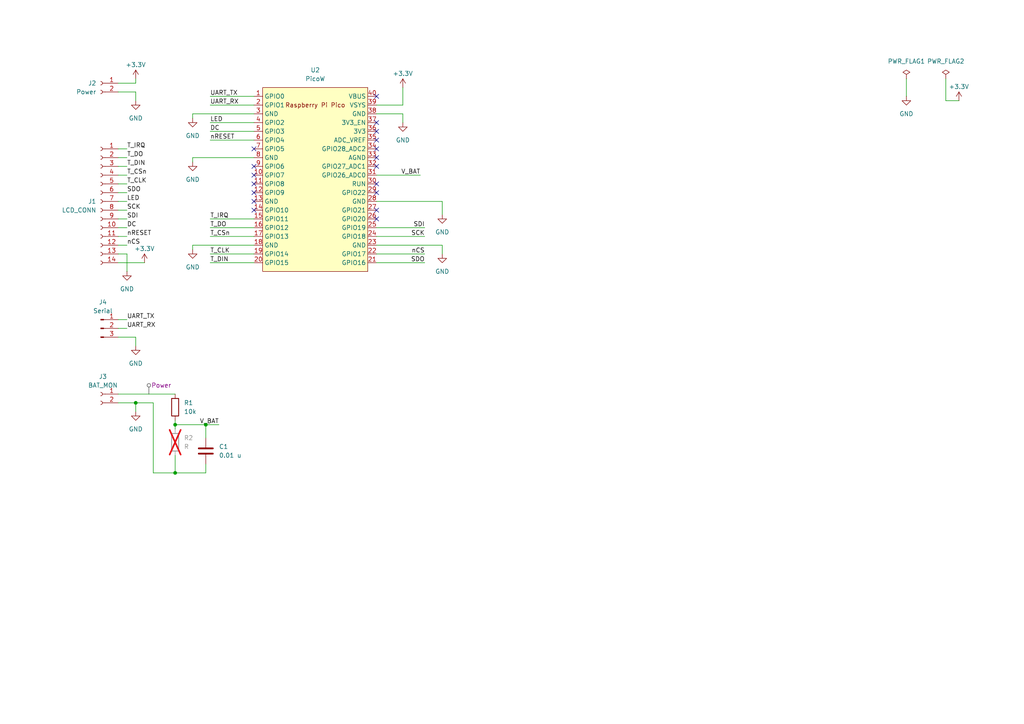
<source format=kicad_sch>
(kicad_sch (version 20250114) (generator "eeschema") (generator_version "9.0")
  (paper "A4")
  (lib_symbols
    (symbol "Connector:Conn_01x02_Socket" (pin_names (offset 1.016) (hide yes))
      (property "Reference" "J" (at 0 2.54 0))
      (property "Value" "Conn_01x02_Socket" (at 0 -5.08 0))
      (symbol "Conn_01x02_Socket_1_1"
        (polyline (pts (xy -1.27 0) (xy -0.508 0)) (stroke (width 0.1524)))
        (polyline (pts (xy -1.27 -2.54) (xy -0.508 -2.54)) (stroke (width 0.1524)))
        (arc (start 0 -0.508) (mid -0.5058 0) (end 0 0.508) (stroke (width 0.1524)))
        (arc (start 0 -3.048) (mid -0.5058 -2.54) (end 0 -2.032) (stroke (width 0.1524)))
        (pin passive line (at -5.08 0 0) (length 3.81) (name "Pin_1") (number "1"))
        (pin passive line (at -5.08 -2.54 0) (length 3.81) (name "Pin_2") (number "2"))
      )
    )
    (symbol "Connector:Conn_01x03_Pin" (pin_names (offset 1.016) (hide yes))
      (property "Reference" "J" (at 0 5.08 0))
      (property "Value" "Conn_01x03_Pin" (at 0 -5.08 0))
      (symbol "Conn_01x03_Pin_1_1"
        (rectangle (start 0.8636 2.667) (end 0 2.413) (stroke (width 0.1524)) (fill (type outline)))
        (rectangle (start 0.8636 0.127) (end 0 -0.127) (stroke (width 0.1524)) (fill (type outline)))
        (rectangle (start 0.8636 -2.413) (end 0 -2.667) (stroke (width 0.1524)) (fill (type outline)))
        (polyline (pts (xy 1.27 2.54) (xy 0.8636 2.54)) (stroke (width 0.1524)))
        (polyline (pts (xy 1.27 0) (xy 0.8636 0)) (stroke (width 0.1524)))
        (polyline (pts (xy 1.27 -2.54) (xy 0.8636 -2.54)) (stroke (width 0.1524)))
        (pin passive line (at 5.08 2.54 180) (length 3.81) (name "Pin_1") (number "1"))
        (pin passive line (at 5.08 0 180) (length 3.81) (name "Pin_2") (number "2"))
        (pin passive line (at 5.08 -2.54 180) (length 3.81) (name "Pin_3") (number "3"))
      )
    )
    (symbol "Connector:Conn_01x14_Socket" (pin_names (offset 1.016) (hide yes))
      (property "Reference" "J" (at 0 17.78 0))
      (property "Value" "Conn_01x14_Socket" (at 0 -20.32 0))
      (symbol "Conn_01x14_Socket_1_1"
        (polyline (pts (xy -1.27 15.24) (xy -0.508 15.24)) (stroke (width 0.1524)))
        (polyline (pts (xy -1.27 12.7) (xy -0.508 12.7)) (stroke (width 0.1524)))
        (polyline (pts (xy -1.27 10.16) (xy -0.508 10.16)) (stroke (width 0.1524)))
        (polyline (pts (xy -1.27 7.62) (xy -0.508 7.62)) (stroke (width 0.1524)))
        (polyline (pts (xy -1.27 5.08) (xy -0.508 5.08)) (stroke (width 0.1524)))
        (polyline (pts (xy -1.27 2.54) (xy -0.508 2.54)) (stroke (width 0.1524)))
        (polyline (pts (xy -1.27 0) (xy -0.508 0)) (stroke (width 0.1524)))
        (polyline (pts (xy -1.27 -2.54) (xy -0.508 -2.54)) (stroke (width 0.1524)))
        (polyline (pts (xy -1.27 -5.08) (xy -0.508 -5.08)) (stroke (width 0.1524)))
        (polyline (pts (xy -1.27 -7.62) (xy -0.508 -7.62)) (stroke (width 0.1524)))
        (polyline (pts (xy -1.27 -10.16) (xy -0.508 -10.16)) (stroke (width 0.1524)))
        (polyline (pts (xy -1.27 -12.7) (xy -0.508 -12.7)) (stroke (width 0.1524)))
        (polyline (pts (xy -1.27 -15.24) (xy -0.508 -15.24)) (stroke (width 0.1524)))
        (polyline (pts (xy -1.27 -17.78) (xy -0.508 -17.78)) (stroke (width 0.1524)))
        (arc (start 0 14.732) (mid -0.5058 15.24) (end 0 15.748) (stroke (width 0.1524)))
        (arc (start 0 12.192) (mid -0.5058 12.7) (end 0 13.208) (stroke (width 0.1524)))
        (arc (start 0 9.652) (mid -0.5058 10.16) (end 0 10.668) (stroke (width 0.1524)))
        (arc (start 0 7.112) (mid -0.5058 7.62) (end 0 8.128) (stroke (width 0.1524)))
        (arc (start 0 4.572) (mid -0.5058 5.08) (end 0 5.588) (stroke (width 0.1524)))
        (arc (start 0 2.032) (mid -0.5058 2.54) (end 0 3.048) (stroke (width 0.1524)))
        (arc (start 0 -0.508) (mid -0.5058 0) (end 0 0.508) (stroke (width 0.1524)))
        (arc (start 0 -3.048) (mid -0.5058 -2.54) (end 0 -2.032) (stroke (width 0.1524)))
        (arc (start 0 -5.588) (mid -0.5058 -5.08) (end 0 -4.572) (stroke (width 0.1524)))
        (arc (start 0 -8.128) (mid -0.5058 -7.62) (end 0 -7.112) (stroke (width 0.1524)))
        (arc (start 0 -10.668) (mid -0.5058 -10.16) (end 0 -9.652) (stroke (width 0.1524)))
        (arc (start 0 -13.208) (mid -0.5058 -12.7) (end 0 -12.192) (stroke (width 0.1524)))
        (arc (start 0 -15.748) (mid -0.5058 -15.24) (end 0 -14.732) (stroke (width 0.1524)))
        (arc (start 0 -18.288) (mid -0.5058 -17.78) (end 0 -17.272) (stroke (width 0.1524)))
        (pin passive line (at -5.08 15.24 0) (length 3.81) (name "Pin_1") (number "1"))
        (pin passive line (at -5.08 12.7 0) (length 3.81) (name "Pin_2") (number "2"))
        (pin passive line (at -5.08 10.16 0) (length 3.81) (name "Pin_3") (number "3"))
        (pin passive line (at -5.08 7.62 0) (length 3.81) (name "Pin_4") (number "4"))
        (pin passive line (at -5.08 5.08 0) (length 3.81) (name "Pin_5") (number "5"))
        (pin passive line (at -5.08 2.54 0) (length 3.81) (name "Pin_6") (number "6"))
        (pin passive line (at -5.08 0 0) (length 3.81) (name "Pin_7") (number "7"))
        (pin passive line (at -5.08 -2.54 0) (length 3.81) (name "Pin_8") (number "8"))
        (pin passive line (at -5.08 -5.08 0) (length 3.81) (name "Pin_9") (number "9"))
        (pin passive line (at -5.08 -7.62 0) (length 3.81) (name "Pin_10") (number "10"))
        (pin passive line (at -5.08 -10.16 0) (length 3.81) (name "Pin_11") (number "11"))
        (pin passive line (at -5.08 -12.7 0) (length 3.81) (name "Pin_12") (number "12"))
        (pin passive line (at -5.08 -15.24 0) (length 3.81) (name "Pin_13") (number "13"))
        (pin passive line (at -5.08 -17.78 0) (length 3.81) (name "Pin_14") (number "14"))
      )
    )
    (symbol "Device:C" (pin_numbers (hide yes)) (pin_names (offset 0.254))
      (property "Reference" "C" (at 0.635 2.54 0))
      (property "Value" "C" (at 0.635 -2.54 0))
      (symbol "C_0_1"
        (polyline (pts (xy -2.032 0.762) (xy 2.032 0.762)) (stroke (width 0.508)))
        (polyline (pts (xy -2.032 -0.762) (xy 2.032 -0.762)) (stroke (width 0.508)))
      )
      (symbol "C_1_1"
        (pin passive line (at 0 3.81 270) (length 2.794) (name "~") (number "1"))
        (pin passive line (at 0 -3.81 90) (length 2.794) (name "~") (number "2"))
      )
    )
    (symbol "Device:R" (pin_numbers (hide yes)) (pin_names (offset 0))
      (property "Reference" "R" (at 2.032 0 90))
      (property "Value" "R" (at 0 0 90))
      (symbol "R_0_1"
        (rectangle (start -1.016 -2.54) (end 1.016 2.54) (stroke (width 0.254)))
      )
      (symbol "R_1_1"
        (pin passive line (at 0 3.81 270) (length 1.27) (name "~") (number "1"))
        (pin passive line (at 0 -3.81 90) (length 1.27) (name "~") (number "2"))
      )
    )
    (symbol "MCU_RaspberryPi_and_Boards:PicoWNoSW"
      (property "Reference" "U" (at -13.97 27.94 0))
      (property "Value" "PicoWNoSW" (at 0 19.05 0))
      (symbol "PicoWNoSW_0_0"
        (text "Raspberry Pi Pico" (at 0 21.59 0) (effects (font (size 1.27 1.27))))
      )
      (symbol "PicoWNoSW_0_1"
        (rectangle (start -15.24 26.67) (end 15.24 -26.67) (fill (type background)))
      )
      (symbol "PicoWNoSW_1_1"
        (pin bidirectional line (at -17.78 24.13 0) (length 2.54) (name "GPIO0") (number "1"))
        (pin bidirectional line (at -17.78 21.59 0) (length 2.54) (name "GPIO1") (number "2"))
        (pin power_in line (at -17.78 19.05 0) (length 2.54) (name "GND") (number "3"))
        (pin bidirectional line (at -17.78 16.51 0) (length 2.54) (name "GPIO2") (number "4"))
        (pin bidirectional line (at -17.78 13.97 0) (length 2.54) (name "GPIO3") (number "5"))
        (pin bidirectional line (at -17.78 11.43 0) (length 2.54) (name "GPIO4") (number "6"))
        (pin bidirectional line (at -17.78 8.89 0) (length 2.54) (name "GPIO5") (number "7"))
        (pin power_in line (at -17.78 6.35 0) (length 2.54) (name "GND") (number "8"))
        (pin bidirectional line (at -17.78 3.81 0) (length 2.54) (name "GPIO6") (number "9"))
        (pin bidirectional line (at -17.78 1.27 0) (length 2.54) (name "GPIO7") (number "10"))
        (pin bidirectional line (at -17.78 -1.27 0) (length 2.54) (name "GPIO8") (number "11"))
        (pin bidirectional line (at -17.78 -3.81 0) (length 2.54) (name "GPIO9") (number "12"))
        (pin power_in line (at -17.78 -6.35 0) (length 2.54) (name "GND") (number "13"))
        (pin bidirectional line (at -17.78 -8.89 0) (length 2.54) (name "GPIO10") (number "14"))
        (pin bidirectional line (at -17.78 -11.43 0) (length 2.54) (name "GPIO11") (number "15"))
        (pin bidirectional line (at -17.78 -13.97 0) (length 2.54) (name "GPIO12") (number "16"))
        (pin bidirectional line (at -17.78 -16.51 0) (length 2.54) (name "GPIO13") (number "17"))
        (pin power_in line (at -17.78 -19.05 0) (length 2.54) (name "GND") (number "18"))
        (pin bidirectional line (at -17.78 -21.59 0) (length 2.54) (name "GPIO14") (number "19"))
        (pin bidirectional line (at -17.78 -24.13 0) (length 2.54) (name "GPIO15") (number "20"))
        (pin power_in line (at 17.78 24.13 180) (length 2.54) (name "VBUS") (number "40"))
        (pin power_in line (at 17.78 21.59 180) (length 2.54) (name "VSYS") (number "39"))
        (pin bidirectional line (at 17.78 19.05 180) (length 2.54) (name "GND") (number "38"))
        (pin input line (at 17.78 16.51 180) (length 2.54) (name "3V3_EN") (number "37"))
        (pin power_in line (at 17.78 13.97 180) (length 2.54) (name "3V3") (number "36"))
        (pin power_in line (at 17.78 11.43 180) (length 2.54) (name "ADC_VREF") (number "35"))
        (pin bidirectional line (at 17.78 8.89 180) (length 2.54) (name "GPIO28_ADC2") (number "34"))
        (pin power_in line (at 17.78 6.35 180) (length 2.54) (name "AGND") (number "33"))
        (pin bidirectional line (at 17.78 3.81 180) (length 2.54) (name "GPIO27_ADC1") (number "32"))
        (pin bidirectional line (at 17.78 1.27 180) (length 2.54) (name "GPIO26_ADC0") (number "31"))
        (pin input line (at 17.78 -1.27 180) (length 2.54) (name "RUN") (number "30"))
        (pin bidirectional line (at 17.78 -3.81 180) (length 2.54) (name "GPIO22") (number "29"))
        (pin power_in line (at 17.78 -6.35 180) (length 2.54) (name "GND") (number "28"))
        (pin bidirectional line (at 17.78 -8.89 180) (length 2.54) (name "GPIO21") (number "27"))
        (pin bidirectional line (at 17.78 -11.43 180) (length 2.54) (name "GPIO20") (number "26"))
        (pin bidirectional line (at 17.78 -13.97 180) (length 2.54) (name "GPIO19") (number "25"))
        (pin bidirectional line (at 17.78 -16.51 180) (length 2.54) (name "GPIO18") (number "24"))
        (pin power_in line (at 17.78 -19.05 180) (length 2.54) (name "GND") (number "23"))
        (pin bidirectional line (at 17.78 -21.59 180) (length 2.54) (name "GPIO17") (number "22"))
        (pin bidirectional line (at 17.78 -24.13 180) (length 2.54) (name "GPIO16") (number "21"))
      )
    )
    (symbol "power:+3.3V" (power) (pin_numbers (hide yes)) (pin_names (offset 0) (hide yes))
      (property "Value" "+3.3V" (at 0 3.556 0))
      (symbol "+3.3V_0_1"
        (polyline (pts (xy -0.762 1.27) (xy 0 2.54)))
        (polyline (pts (xy 0 2.54) (xy 0.762 1.27)))
        (polyline (pts (xy 0 0) (xy 0 2.54)))
      )
      (symbol "+3.3V_1_1"
        (pin power_in line (at 0 0 90) (length 0) (name "~") (number "1"))
      )
    )
    (symbol "power:GND" (power) (pin_numbers (hide yes)) (pin_names (offset 0) (hide yes))
      (property "Value" "GND" (at 0 -3.81 0))
      (symbol "GND_0_1"
        (polyline (pts (xy 0 0) (xy 0 -1.27) (xy 1.27 -1.27) (xy 0 -2.54) (xy -1.27 -1.27) (xy 0 -1.27)))
      )
      (symbol "GND_1_1"
        (pin power_in line (at 0 0 270) (length 0) (name "~") (number "1"))
      )
    )
    (symbol "power:PWR_FLAG" (power) (pin_numbers (hide yes)) (pin_names (offset 0) (hide yes))
      (property "Value" "PWR_FLAG" (at 0 3.81 0))
      (symbol "PWR_FLAG_0_0"
        (pin power_out line (at 0 0 90) (length 0) (name "~") (number "1"))
      )
      (symbol "PWR_FLAG_0_1"
        (polyline (pts (xy 0 0) (xy 0 1.27) (xy -1.016 1.905) (xy 0 2.54) (xy 1.016 1.905) (xy 0 1.27)))
      )
    )
  )
  (junction (at 59.69 123.19))
  (junction (at 50.8 123.19))
  (junction (at 50.8 137.16))
  (junction (at 39.37 116.84))
  (no_connect (at 109.22 38.1))
  (no_connect (at 109.22 45.72))
  (no_connect (at 109.22 53.34))
  (no_connect (at 109.22 40.64))
  (no_connect (at 73.66 55.88))
  (no_connect (at 109.22 55.88))
  (no_connect (at 109.22 43.18))
  (no_connect (at 73.66 48.26))
  (no_connect (at 109.22 60.96))
  (no_connect (at 73.66 50.8))
  (no_connect (at 73.66 53.34))
  (no_connect (at 109.22 48.26))
  (no_connect (at 73.66 58.42))
  (no_connect (at 109.22 27.94))
  (no_connect (at 73.66 60.96))
  (no_connect (at 109.22 63.5))
  (no_connect (at 73.66 43.18))
  (no_connect (at 109.22 35.56))
  (wire (pts (xy 128.27 58.42) (xy 128.27 62.23)))
  (wire (pts (xy 34.29 24.13) (xy 39.37 24.13)))
  (wire (pts (xy 116.84 30.48) (xy 116.84 25.4)))
  (wire (pts (xy 50.8 123.19) (xy 50.8 124.46)))
  (wire (pts (xy 59.69 123.19) (xy 59.69 127)))
  (wire (pts (xy 34.29 48.26) (xy 36.83 48.26)))
  (wire (pts (xy 34.29 58.42) (xy 36.83 58.42)))
  (wire (pts (xy 34.29 45.72) (xy 36.83 45.72)))
  (wire (pts (xy 109.22 66.04) (xy 123.19 66.04)))
  (wire (pts (xy 55.88 45.72) (xy 55.88 46.99)))
  (wire (pts (xy 34.29 114.3) (xy 50.8 114.3)))
  (wire (pts (xy 60.96 66.04) (xy 73.66 66.04)))
  (wire (pts (xy 109.22 68.58) (xy 123.19 68.58)))
  (wire (pts (xy 73.66 33.02) (xy 55.88 33.02)))
  (wire (pts (xy 60.96 76.2) (xy 73.66 76.2)))
  (wire (pts (xy 60.96 40.64) (xy 73.66 40.64)))
  (wire (pts (xy 39.37 116.84) (xy 39.37 119.38)))
  (wire (pts (xy 34.29 97.79) (xy 39.37 97.79)))
  (wire (pts (xy 34.29 53.34) (xy 36.83 53.34)))
  (wire (pts (xy 50.8 121.92) (xy 50.8 123.19)))
  (wire (pts (xy 34.29 73.66) (xy 36.83 73.66)))
  (wire (pts (xy 60.96 30.48) (xy 73.66 30.48)))
  (wire (pts (xy 109.22 58.42) (xy 128.27 58.42)))
  (wire (pts (xy 34.29 43.18) (xy 36.83 43.18)))
  (wire (pts (xy 109.22 50.8) (xy 121.92 50.8)))
  (wire (pts (xy 274.32 22.86) (xy 274.32 29.21)))
  (wire (pts (xy 59.69 134.62) (xy 59.69 137.16)))
  (wire (pts (xy 39.37 26.67) (xy 39.37 29.21)))
  (wire (pts (xy 34.29 71.12) (xy 36.83 71.12)))
  (wire (pts (xy 39.37 24.13) (xy 39.37 22.86)))
  (wire (pts (xy 55.88 33.02) (xy 55.88 34.29)))
  (wire (pts (xy 262.89 27.94) (xy 262.89 22.86)))
  (wire (pts (xy 109.22 30.48) (xy 116.84 30.48)))
  (wire (pts (xy 60.96 68.58) (xy 73.66 68.58)))
  (wire (pts (xy 73.66 45.72) (xy 55.88 45.72)))
  (wire (pts (xy 44.45 116.84) (xy 44.45 137.16)))
  (wire (pts (xy 34.29 66.04) (xy 36.83 66.04)))
  (wire (pts (xy 60.96 38.1) (xy 73.66 38.1)))
  (wire (pts (xy 50.8 137.16) (xy 50.8 132.08)))
  (wire (pts (xy 34.29 63.5) (xy 36.83 63.5)))
  (wire (pts (xy 39.37 97.79) (xy 39.37 100.33)))
  (wire (pts (xy 109.22 33.02) (xy 116.84 33.02)))
  (wire (pts (xy 116.84 33.02) (xy 116.84 35.56)))
  (wire (pts (xy 39.37 116.84) (xy 44.45 116.84)))
  (wire (pts (xy 34.29 95.25) (xy 36.83 95.25)))
  (wire (pts (xy 34.29 60.96) (xy 36.83 60.96)))
  (wire (pts (xy 59.69 123.19) (xy 63.5 123.19)))
  (wire (pts (xy 274.32 29.21) (xy 278.13 29.21)))
  (wire (pts (xy 55.88 71.12) (xy 55.88 72.39)))
  (wire (pts (xy 34.29 68.58) (xy 36.83 68.58)))
  (wire (pts (xy 128.27 71.12) (xy 128.27 73.66)))
  (wire (pts (xy 36.83 73.66) (xy 36.83 78.74)))
  (wire (pts (xy 34.29 55.88) (xy 36.83 55.88)))
  (wire (pts (xy 60.96 73.66) (xy 73.66 73.66)))
  (wire (pts (xy 109.22 71.12) (xy 128.27 71.12)))
  (wire (pts (xy 59.69 137.16) (xy 50.8 137.16)))
  (wire (pts (xy 109.22 76.2) (xy 123.19 76.2)))
  (wire (pts (xy 73.66 71.12) (xy 55.88 71.12)))
  (wire (pts (xy 60.96 35.56) (xy 73.66 35.56)))
  (wire (pts (xy 34.29 76.2) (xy 41.91 76.2)))
  (wire (pts (xy 34.29 116.84) (xy 39.37 116.84)))
  (wire (pts (xy 34.29 50.8) (xy 36.83 50.8)))
  (wire (pts (xy 50.8 123.19) (xy 59.69 123.19)))
  (wire (pts (xy 34.29 26.67) (xy 39.37 26.67)))
  (wire (pts (xy 60.96 63.5) (xy 73.66 63.5)))
  (wire (pts (xy 34.29 92.71) (xy 36.83 92.71)))
  (wire (pts (xy 44.45 137.16) (xy 50.8 137.16)))
  (wire (pts (xy 60.96 27.94) (xy 73.66 27.94)))
  (wire (pts (xy 109.22 73.66) (xy 123.19 73.66)))
  (label "nRESET" (at 36.83 68.58 0))
  (label "T_DIN" (at 60.96 76.2 0))
  (label "UART_RX" (at 60.96 30.48 0))
  (label "nCS" (at 36.83 71.12 0))
  (label "SCK" (at 36.83 60.96 0))
  (label "V_BAT" (at 121.92 50.8 180))
  (label "T_CSn" (at 60.96 68.58 0))
  (label "T_CLK" (at 36.83 53.34 0))
  (label "nCS" (at 123.19 73.66 180))
  (label "T_CLK" (at 60.96 73.66 0))
  (label "SDO" (at 36.83 55.88 0))
  (label "DC" (at 60.96 38.1 0))
  (label "UART_TX" (at 60.96 27.94 0))
  (label "T_CSn" (at 36.83 50.8 0))
  (label "SDI" (at 36.83 63.5 0))
  (label "nRESET" (at 60.96 40.64 0))
  (label "LED" (at 60.96 35.56 0))
  (label "DC" (at 36.83 66.04 0))
  (label "T_DO" (at 36.83 45.72 0))
  (label "UART_RX" (at 36.83 95.25 0))
  (label "T_IRQ" (at 36.83 43.18 0))
  (label "SDI" (at 123.19 66.04 180))
  (label "UART_TX" (at 36.83 92.71 0))
  (label "T_DIN" (at 36.83 48.26 0))
  (label "T_IRQ" (at 60.96 63.5 0))
  (label "LED" (at 36.83 58.42 0))
  (label "T_DO" (at 60.96 66.04 0))
  (label "SCK" (at 123.19 68.58 180))
  (label "SDO" (at 123.19 76.2 180))
  (label "V_BAT" (at 63.5 123.19 180))
  (netclass_flag "" (length 2.54) (shape round) (at 43.18 114.3 0) (property "Netclass" "Power" (at 43.8785 111.76 0) (effects (justify left))))
  (symbol (lib_id "Device:C") (at 59.69 130.81 0) (unit 1)
    (property "Reference" "C1" (at 63.5 129.5399 0) (effects (justify left)))
    (property "Value" "0.01 u" (at 63.5 132.0799 0) (effects (justify left)))
    (property "Footprint" "Capacitor_THT:C_Disc_D3.0mm_W2.0mm_P2.50mm" (effects (hide yes)))
    (property "Description" "Unpolarized capacitor" (effects (hide yes)))
  )
  (symbol (lib_id "Connector:Conn_01x14_Socket") (at 29.21 58.42 0) (mirror y) (unit 1)
    (property "Reference" "J1" (at 27.94 58.4199 0) (effects (justify left)))
    (property "Value" "LCD_CONN" (at 27.94 60.9599 0) (effects (justify left)))
    (property "Footprint" "Connector_PinSocket_2.54mm:PinSocket_1x14_P2.54mm_Vertical" (effects (hide yes)))
    (property "Description" "Generic connector, single row, 01x14, script generated" (effects (hide yes)))
  )
  (symbol (lib_id "power:+3.3V") (at 278.13 29.21 0) (unit 1)
    (property "Reference" "#PWR08" (effects (hide yes)))
    (property "Value" "+3.3V" (at 278.13 25.146 0))
    (property "Description" "Power symbol creates a global label with name \"+3.3V\"" (effects (hide yes)))
  )
  (symbol (lib_id "power:GND") (at 55.88 72.39 0) (unit 1)
    (property "Reference" "#PWR012" (effects (hide yes)))
    (property "Value" "GND" (at 55.88 77.47 0))
    (property "Description" "Power symbol creates a global label with name \"GND\" , ground" (effects (hide yes)))
  )
  (symbol (lib_id "power:+3.3V") (at 39.37 22.86 0) (mirror y) (unit 1)
    (property "Reference" "#PWR05" (effects (hide yes)))
    (property "Value" "+3.3V" (at 39.37 18.796 0))
    (property "Description" "Power symbol creates a global label with name \"+3.3V\"" (effects (hide yes)))
  )
  (symbol (lib_id "power:GND") (at 39.37 100.33 0) (unit 1)
    (property "Reference" "#PWR09" (effects (hide yes)))
    (property "Value" "GND" (at 39.37 105.41 0))
    (property "Description" "Power symbol creates a global label with name \"GND\" , ground" (effects (hide yes)))
  )
  (symbol (lib_id "Connector:Conn_01x02_Socket") (at 29.21 24.13 0) (mirror y) (unit 1)
    (property "Reference" "J2" (at 27.94 24.1299 0) (effects (justify left)))
    (property "Value" "Power" (at 27.94 26.6699 0) (effects (justify left)))
    (property "Footprint" "Connector_PinHeader_2.54mm:PinHeader_1x02_P2.54mm_Vertical" (effects (hide yes)))
    (property "Description" "Generic connector, single row, 01x02, script generated" (effects (hide yes)))
  )
  (symbol (lib_id "power:GND") (at 262.89 27.94 0) (unit 1)
    (property "Reference" "#PWR07" (effects (hide yes)))
    (property "Value" "GND" (at 262.89 33.02 0))
    (property "Description" "Power symbol creates a global label with name \"GND\" , ground" (effects (hide yes)))
  )
  (symbol (lib_id "power:GND") (at 128.27 73.66 0) (unit 1)
    (property "Reference" "#PWR013" (effects (hide yes)))
    (property "Value" "GND" (at 128.27 78.74 0))
    (property "Description" "Power symbol creates a global label with name \"GND\" , ground" (effects (hide yes)))
  )
  (symbol (lib_id "power:PWR_FLAG") (at 274.32 22.86 0) (unit 1)
    (property "Reference" "#FLG02" (effects (hide yes)))
    (property "Value" "PWR_FLAG2" (at 274.32 17.78 0))
    (property "Description" "Special symbol for telling ERC where power comes from" (effects (hide yes)))
  )
  (symbol (lib_id "power:+3.3V") (at 41.91 76.2 0) (unit 1)
    (property "Reference" "#PWR01" (effects (hide yes)))
    (property "Value" "+3.3V" (at 41.91 72.136 0))
    (property "Description" "Power symbol creates a global label with name \"+3.3V\"" (effects (hide yes)))
  )
  (symbol (lib_id "power:GND") (at 116.84 35.56 0) (unit 1)
    (property "Reference" "#PWR04" (effects (hide yes)))
    (property "Value" "GND" (at 116.84 40.64 0))
    (property "Description" "Power symbol creates a global label with name \"GND\" , ground" (effects (hide yes)))
  )
  (symbol (lib_id "power:GND") (at 55.88 34.29 0) (unit 1)
    (property "Reference" "#PWR010" (effects (hide yes)))
    (property "Value" "GND" (at 55.88 39.37 0))
    (property "Description" "Power symbol creates a global label with name \"GND\" , ground" (effects (hide yes)))
  )
  (symbol (lib_id "Connector:Conn_01x02_Socket") (at 29.21 114.3 0) (mirror y) (unit 1)
    (property "Reference" "J3" (at 29.845 109.22 0))
    (property "Value" "BAT_MON" (at 29.845 111.76 0))
    (property "Footprint" "Connector_PinHeader_2.54mm:PinHeader_1x02_P2.54mm_Vertical" (effects (hide yes)))
    (property "Description" "Generic connector, single row, 01x02, script generated" (effects (hide yes)))
  )
  (symbol (lib_id "power:GND") (at 36.83 78.74 0) (unit 1)
    (property "Reference" "#PWR02" (effects (hide yes)))
    (property "Value" "GND" (at 36.83 83.82 0))
    (property "Description" "Power symbol creates a global label with name \"GND\" , ground" (effects (hide yes)))
  )
  (symbol (lib_id "power:GND") (at 39.37 29.21 0) (mirror y) (unit 1)
    (property "Reference" "#PWR06" (effects (hide yes)))
    (property "Value" "GND" (at 39.37 34.29 0))
    (property "Description" "Power symbol creates a global label with name \"GND\" , ground" (effects (hide yes)))
  )
  (symbol (lib_id "power:+3.3V") (at 116.84 25.4 0) (unit 1)
    (property "Reference" "#PWR03" (effects (hide yes)))
    (property "Value" "+3.3V" (at 116.84 21.336 0))
    (property "Description" "Power symbol creates a global label with name \"+3.3V\"" (effects (hide yes)))
  )
  (symbol (lib_id "Device:R") (at 50.8 118.11 0) (unit 1)
    (property "Reference" "R1" (at 53.34 116.8399 0) (effects (justify left)))
    (property "Value" "10k" (at 53.34 119.3799 0) (effects (justify left)))
    (property "Footprint" "Resistor_THT:R_Axial_DIN0207_L6.3mm_D2.5mm_P10.16mm_Horizontal" (effects (hide yes)))
    (property "Description" "Resistor" (effects (hide yes)))
  )
  (symbol (lib_id "power:PWR_FLAG") (at 262.89 22.86 0) (unit 1)
    (property "Reference" "#FLG01" (effects (hide yes)))
    (property "Value" "PWR_FLAG1" (at 262.89 17.78 0))
    (property "Description" "Special symbol for telling ERC where power comes from" (effects (hide yes)))
  )
  (symbol (lib_id "power:GND") (at 39.37 119.38 0) (mirror y) (unit 1)
    (property "Reference" "#PWR016" (effects (hide yes)))
    (property "Value" "GND" (at 39.37 124.46 0))
    (property "Description" "Power symbol creates a global label with name \"GND\" , ground" (effects (hide yes)))
  )
  (symbol (lib_id "power:GND") (at 128.27 62.23 0) (unit 1)
    (property "Reference" "#PWR014" (effects (hide yes)))
    (property "Value" "GND" (at 128.27 67.31 0))
    (property "Description" "Power symbol creates a global label with name \"GND\" , ground" (effects (hide yes)))
  )
  (symbol (lib_id "Device:R") (at 50.8 128.27 0) (unit 1) (dnp yes)
    (property "Reference" "R2" (at 53.34 126.9999 0) (effects (justify left)))
    (property "Value" "R" (at 53.34 129.5399 0) (effects (justify left)))
    (property "Footprint" "Resistor_THT:R_Axial_DIN0207_L6.3mm_D2.5mm_P10.16mm_Horizontal" (effects (hide yes)))
    (property "Description" "Resistor" (effects (hide yes)))
  )
  (symbol (lib_id "Connector:Conn_01x03_Pin") (at 29.21 95.25 0) (unit 1)
    (property "Reference" "J4" (at 29.845 87.63 0))
    (property "Value" "Serial" (at 29.845 90.17 0))
    (property "Footprint" "Connector_PinHeader_2.54mm:PinHeader_1x03_P2.54mm_Vertical" (effects (hide yes)))
    (property "Description" "Generic connector, single row, 01x03, script generated" (effects (hide yes)))
  )
  (symbol (lib_id "power:GND") (at 55.88 46.99 0) (unit 1)
    (property "Reference" "#PWR011" (effects (hide yes)))
    (property "Value" "GND" (at 55.88 52.07 0))
    (property "Description" "Power symbol creates a global label with name \"GND\" , ground" (effects (hide yes)))
  )
  (symbol (lib_id "MCU_RaspberryPi_and_Boards:PicoWNoSW") (at 91.44 52.07 0) (unit 1)
    (property "Reference" "U2" (at 91.44 20.32 0))
    (property "Value" "PicoW" (at 91.44 22.86 0))
    (property "Footprint" "RPi_Pico:RPi_PicoW_SMD_TH_CONN" (effects (hide yes)))
  )
)
</source>
